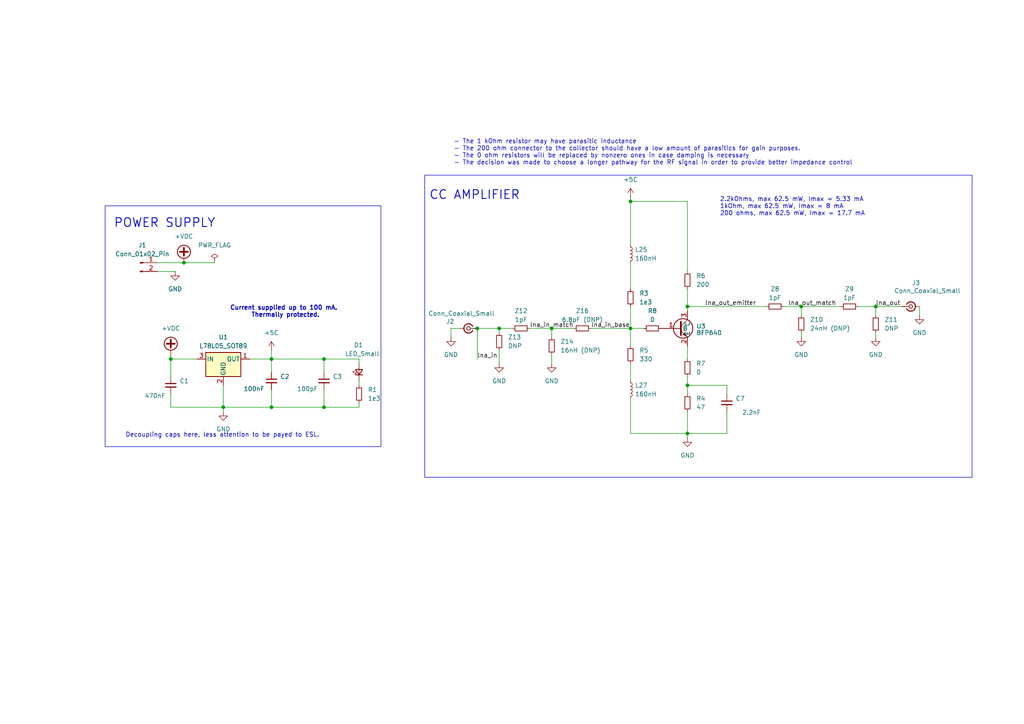
<source format=kicad_sch>
(kicad_sch (version 20231120) (generator "eeschema") (generator_version "8.0")
  (paper "A4")
  (lib_symbols
    (symbol "BFP640_1"
      (property "Reference" "U" (at 4.064 -0.762 0))
      (symbol "BFP640_1_0_1"
        (circle (center -1.27 0) (radius 2.8194) (stroke (width 0.254)))
        (polyline (pts (xy -1.905 0.635) (xy 0 2.54)))
        (polyline (pts (xy -1.905 -0.635) (xy 0 -2.54) (xy 0 -2.54)))
        (polyline (pts (xy -1.905 1.905) (xy -1.905 -1.905) (xy -1.905 -1.905)) (stroke (width 0.508)))
        (polyline (pts (xy -1.27 -1.778) (xy -0.762 -1.27) (xy -0.254 -2.286) (xy -1.27 -1.778) (xy -1.27 -1.778)) (fill (type outline)))
      )
      (symbol "BFP640_1_1_1"
        (pin input line (at -7.62 0 0) (length 5.715) (name "B") (number "1"))
        (pin passive line (at 0 -5.08 90) (length 2.54) (name "E") (number "2"))
        (pin passive line (at 0 5.08 270) (length 2.54) (name "C") (number "3"))
      )
    )
    (symbol "Connector:Conn_01x02_Pin" (pin_names (offset 1.016) hide)
      (property "Reference" "J" (at 0 2.54 0))
      (property "Value" "Conn_01x02_Pin" (at 0 -5.08 0))
      (symbol "Conn_01x02_Pin_1_1"
        (polyline (pts (xy 1.27 -2.54) (xy 0.8636 -2.54)) (stroke (width 0.1524)))
        (polyline (pts (xy 1.27 0) (xy 0.8636 0)) (stroke (width 0.1524)))
        (rectangle (start 0.8636 -2.413) (end 0 -2.667) (stroke (width 0.1524)) (fill (type outline)))
        (rectangle (start 0.8636 0.127) (end 0 -0.127) (stroke (width 0.1524)) (fill (type outline)))
        (pin passive line (at 5.08 0 180) (length 3.81) (name "Pin_1") (number "1"))
        (pin passive line (at 5.08 -2.54 180) (length 3.81) (name "Pin_2") (number "2"))
      )
    )
    (symbol "Connector:Conn_Coaxial_Small" (pin_numbers hide) (pin_names (offset 1.016) hide)
      (property "Reference" "J" (at 0.254 3.048 0))
      (property "Value" "Conn_Coaxial_Small" (at 0 -3.81 0))
      (symbol "Conn_Coaxial_Small_0_1"
        (polyline (pts (xy -2.54 0) (xy -0.508 0)))
        (circle (center 0 0) (radius 0.508) (stroke (width 0.2032)))
      )
      (symbol "Conn_Coaxial_Small_1_1"
        (arc (start -1.1916 -0.6311) (mid 0.327 -1.3081) (end 1.3484 0.0039) (stroke (width 0.3048)))
        (arc (start 1.3484 -0.0039) (mid 0.327 1.3081) (end -1.1916 0.6311) (stroke (width 0.3048)))
        (pin passive line (at -2.54 0 0) (length 1.27) (name "In") (number "1"))
        (pin passive line (at 2.54 0 180) (length 1.27) (name "Ext") (number "2"))
      )
    )
    (symbol "Device:C_Small" (pin_numbers hide) (pin_names (offset 0.254) hide)
      (property "Reference" "C" (at 0.254 1.778 0))
      (property "Value" "C_Small" (at 0.254 -2.032 0))
      (symbol "C_Small_0_1"
        (polyline (pts (xy -1.524 -0.508) (xy 1.524 -0.508)) (stroke (width 0.3302)))
        (polyline (pts (xy -1.524 0.508) (xy 1.524 0.508)) (stroke (width 0.3048)))
      )
      (symbol "C_Small_1_1"
        (pin passive line (at 0 2.54 270) (length 2.032) (name "~") (number "1"))
        (pin passive line (at 0 -2.54 90) (length 2.032) (name "~") (number "2"))
      )
    )
    (symbol "Device:LED_Small" (pin_numbers hide) (pin_names (offset 0.254) hide)
      (property "Reference" "D" (at -1.27 3.175 0))
      (property "Value" "LED_Small" (at -4.445 -2.54 0))
      (symbol "LED_Small_0_1"
        (polyline (pts (xy -0.762 -1.016) (xy -0.762 1.016)) (stroke (width 0.254)))
        (polyline (pts (xy 1.016 0) (xy -0.762 0)))
        (polyline (pts (xy 0.762 -1.016) (xy -0.762 0) (xy 0.762 1.016) (xy 0.762 -1.016)) (stroke (width 0.254)))
        (polyline (pts (xy 0 0.762) (xy -0.508 1.27) (xy -0.254 1.27) (xy -0.508 1.27) (xy -0.508 1.016)))
        (polyline (pts (xy 0.508 1.27) (xy 0 1.778) (xy 0.254 1.778) (xy 0 1.778) (xy 0 1.524)))
      )
      (symbol "LED_Small_1_1"
        (pin passive line (at -2.54 0 0) (length 1.778) (name "K") (number "1"))
        (pin passive line (at 2.54 0 180) (length 1.778) (name "A") (number "2"))
      )
    )
    (symbol "Device:L_Small" (pin_numbers hide) (pin_names (offset 0.254) hide)
      (property "Reference" "L" (at 0.762 1.016 0))
      (property "Value" "L_Small" (at 0.762 -1.016 0))
      (symbol "L_Small_0_1"
        (arc (start 0 -2.032) (mid 0.5058 -1.524) (end 0 -1.016))
        (arc (start 0 -1.016) (mid 0.5058 -0.508) (end 0 0))
        (arc (start 0 0) (mid 0.5058 0.508) (end 0 1.016))
        (arc (start 0 1.016) (mid 0.5058 1.524) (end 0 2.032))
      )
      (symbol "L_Small_1_1"
        (pin passive line (at 0 2.54 270) (length 0.508) (name "~") (number "1"))
        (pin passive line (at 0 -2.54 90) (length 0.508) (name "~") (number "2"))
      )
    )
    (symbol "Device:R_Small" (pin_numbers hide) (pin_names (offset 0.254) hide)
      (property "Reference" "R" (at 0.762 0.508 0))
      (property "Value" "R_Small" (at 0.762 -1.016 0))
      (symbol "R_Small_0_1"
        (rectangle (start -0.762 1.778) (end 0.762 -1.778) (stroke (width 0.2032)))
      )
      (symbol "R_Small_1_1"
        (pin passive line (at 0 2.54 270) (length 0.762) (name "~") (number "1"))
        (pin passive line (at 0 -2.54 90) (length 0.762) (name "~") (number "2"))
      )
    )
    (symbol "Regulator_Linear:L78L05_SOT89" (pin_names (offset 0.254))
      (property "Reference" "U" (at -3.81 3.175 0))
      (property "Value" "L78L05_SOT89" (at -0.635 3.175 0))
      (symbol "L78L05_SOT89_0_1"
        (rectangle (start -5.08 1.905) (end 5.08 -5.08) (stroke (width 0.254)) (fill (type background)))
      )
      (symbol "L78L05_SOT89_1_1"
        (pin power_out line (at 7.62 0 180) (length 2.54) (name "OUT") (number "1"))
        (pin power_in line (at 0 -7.62 90) (length 2.54) (name "GND") (number "2"))
        (pin power_in line (at -7.62 0 0) (length 2.54) (name "IN") (number "3"))
      )
    )
    (symbol "power:+5C" (power) (pin_numbers hide) (pin_names (offset 0) hide)
      (property "Value" "+5C" (at 0 3.556 0))
      (symbol "+5C_0_1"
        (polyline (pts (xy -0.762 1.27) (xy 0 2.54)))
        (polyline (pts (xy 0 0) (xy 0 2.54)))
        (polyline (pts (xy 0 2.54) (xy 0.762 1.27)))
      )
      (symbol "+5C_1_1"
        (pin power_in line (at 0 0 90) (length 0) (name "~") (number "1"))
      )
    )
    (symbol "power:+VDC" (power) (pin_numbers hide) (pin_names (offset 0) hide)
      (property "Value" "+VDC" (at 0 6.35 0))
      (symbol "+VDC_0_1"
        (polyline (pts (xy -1.143 3.175) (xy 1.143 3.175)) (stroke (width 0.508)))
        (polyline (pts (xy 0 0) (xy 0 1.27)))
        (polyline (pts (xy 0 2.032) (xy 0 4.318)) (stroke (width 0.508)))
        (circle (center 0 3.175) (radius 1.905) (stroke (width 0.254)))
      )
      (symbol "+VDC_1_1"
        (pin power_in line (at 0 0 90) (length 0) (name "~") (number "1"))
      )
    )
    (symbol "power:GND" (power) (pin_numbers hide) (pin_names (offset 0) hide)
      (property "Value" "GND" (at 0 -3.81 0))
      (symbol "GND_0_1"
        (polyline (pts (xy 0 0) (xy 0 -1.27) (xy 1.27 -1.27) (xy 0 -2.54) (xy -1.27 -1.27) (xy 0 -1.27)))
      )
      (symbol "GND_1_1"
        (pin power_in line (at 0 0 270) (length 0) (name "~") (number "1"))
      )
    )
    (symbol "power:PWR_FLAG" (power) (pin_numbers hide) (pin_names (offset 0) hide)
      (property "Value" "PWR_FLAG" (at 0 3.81 0))
      (symbol "PWR_FLAG_0_0"
        (pin power_out line (at 0 0 90) (length 0) (name "~") (number "1"))
      )
      (symbol "PWR_FLAG_0_1"
        (polyline (pts (xy 0 0) (xy 0 1.27) (xy -1.016 1.905) (xy 0 2.54) (xy 1.016 1.905) (xy 0 1.27)))
      )
    )
  )
  (junction (at 160.02 95.25))
  (junction (at 49.53 104.14))
  (junction (at 182.88 58.42))
  (junction (at 78.74 118.11))
  (junction (at 138.43 95.25))
  (junction (at 199.39 88.9))
  (junction (at 232.41 88.9))
  (junction (at 182.88 95.25))
  (junction (at 144.78 95.25))
  (junction (at 254 88.9))
  (junction (at 78.74 104.14))
  (junction (at 199.39 125.73))
  (junction (at 199.39 111.76))
  (junction (at 93.98 118.11))
  (junction (at 53.34 76.2))
  (junction (at 93.98 104.14))
  (junction (at 64.77 118.11))
  (wire (pts (xy 182.88 88.9) (xy 182.88 95.25)))
  (wire (pts (xy 160.02 95.25) (xy 160.02 97.79)))
  (wire (pts (xy 93.98 118.11) (xy 104.14 118.11)))
  (wire (pts (xy 53.34 76.2) (xy 62.23 76.2)))
  (wire (pts (xy 182.88 57.15) (xy 182.88 58.42)))
  (wire (pts (xy 78.74 118.11) (xy 93.98 118.11)))
  (wire (pts (xy 254 88.9) (xy 261.62 88.9)))
  (wire (pts (xy 138.43 95.25) (xy 144.78 95.25)))
  (wire (pts (xy 199.39 111.76) (xy 199.39 114.3)))
  (wire (pts (xy 199.39 58.42) (xy 199.39 78.74)))
  (wire (pts (xy 130.81 95.25) (xy 133.35 95.25)))
  (wire (pts (xy 104.14 110.49) (xy 104.14 111.76)))
  (wire (pts (xy 93.98 104.14) (xy 93.98 107.95)))
  (wire (pts (xy 160.02 95.25) (xy 166.37 95.25)))
  (wire (pts (xy 130.81 97.79) (xy 130.81 95.25)))
  (wire (pts (xy 227.33 88.9) (xy 232.41 88.9)))
  (wire (pts (xy 49.53 104.14) (xy 49.53 109.22)))
  (wire (pts (xy 104.14 116.84) (xy 104.14 118.11)))
  (wire (pts (xy 210.82 111.76) (xy 210.82 114.3)))
  (wire (pts (xy 144.78 101.6) (xy 144.78 105.41)))
  (wire (pts (xy 138.43 104.14) (xy 138.43 95.25)))
  (wire (pts (xy 232.41 88.9) (xy 232.41 91.44)))
  (wire (pts (xy 210.82 119.38) (xy 210.82 125.73)))
  (wire (pts (xy 49.53 114.3) (xy 49.53 118.11)))
  (wire (pts (xy 254 88.9) (xy 254 91.44)))
  (wire (pts (xy 199.39 88.9) (xy 199.39 90.17)))
  (wire (pts (xy 78.74 101.6) (xy 78.74 104.14)))
  (wire (pts (xy 248.92 88.9) (xy 254 88.9)))
  (wire (pts (xy 182.88 110.49) (xy 182.88 105.41)))
  (wire (pts (xy 199.39 109.22) (xy 199.39 111.76)))
  (wire (pts (xy 182.88 95.25) (xy 182.88 100.33)))
  (wire (pts (xy 182.88 115.57) (xy 182.88 125.73)))
  (wire (pts (xy 199.39 125.73) (xy 199.39 127)))
  (wire (pts (xy 199.39 119.38) (xy 199.39 125.73)))
  (wire (pts (xy 199.39 100.33) (xy 199.39 104.14)))
  (wire (pts (xy 49.53 118.11) (xy 64.77 118.11)))
  (wire (pts (xy 78.74 104.14) (xy 93.98 104.14)))
  (wire (pts (xy 64.77 119.38) (xy 64.77 118.11)))
  (wire (pts (xy 182.88 95.25) (xy 186.69 95.25)))
  (wire (pts (xy 182.88 58.42) (xy 182.88 71.12)))
  (wire (pts (xy 93.98 104.14) (xy 104.14 104.14)))
  (wire (pts (xy 144.78 95.25) (xy 148.59 95.25)))
  (wire (pts (xy 153.67 95.25) (xy 160.02 95.25)))
  (wire (pts (xy 182.88 125.73) (xy 199.39 125.73)))
  (wire (pts (xy 266.7 88.9) (xy 266.7 91.44)))
  (wire (pts (xy 104.14 105.41) (xy 104.14 104.14)))
  (wire (pts (xy 93.98 113.03) (xy 93.98 118.11)))
  (wire (pts (xy 78.74 113.03) (xy 78.74 118.11)))
  (wire (pts (xy 254 96.52) (xy 254 97.79)))
  (wire (pts (xy 199.39 83.82) (xy 199.39 88.9)))
  (wire (pts (xy 64.77 118.11) (xy 78.74 118.11)))
  (wire (pts (xy 57.15 104.14) (xy 49.53 104.14)))
  (wire (pts (xy 199.39 125.73) (xy 210.82 125.73)))
  (wire (pts (xy 171.45 95.25) (xy 182.88 95.25)))
  (wire (pts (xy 64.77 111.76) (xy 64.77 118.11)))
  (wire (pts (xy 160.02 102.87) (xy 160.02 105.41)))
  (wire (pts (xy 49.53 102.87) (xy 49.53 104.14)))
  (wire (pts (xy 72.39 104.14) (xy 78.74 104.14)))
  (wire (pts (xy 199.39 111.76) (xy 210.82 111.76)))
  (wire (pts (xy 182.88 58.42) (xy 199.39 58.42)))
  (wire (pts (xy 144.78 96.52) (xy 144.78 95.25)))
  (wire (pts (xy 45.72 78.74) (xy 50.8 78.74)))
  (wire (pts (xy 78.74 107.95) (xy 78.74 104.14)))
  (wire (pts (xy 45.72 76.2) (xy 53.34 76.2)))
  (wire (pts (xy 232.41 88.9) (xy 243.84 88.9)))
  (wire (pts (xy 199.39 88.9) (xy 222.25 88.9)))
  (wire (pts (xy 232.41 96.52) (xy 232.41 97.79)))
  (wire (pts (xy 182.88 76.2) (xy 182.88 83.82)))
  (rectangle (start 30.48 59.69) (end 110.49 129.54))
  (rectangle (start 123.19 50.8) (end 281.94 138.43))
  (text "Current supplied up to 100 mA. \nThermally protected." (at 82.804 90.424 0) (effects (font (size 1.27 1.27) (thickness 0.254) (bold yes))))
  (text "2.2kOhms, max 62.5 mW, Imax = 5.33 mA \n1kOhm, max 62.5 mW, Imax = 8 mA\n200 ohms, max 62.5 mW, Imax = 17.7 mA" (at 208.788 59.944 0) (effects (font (size 1.27 1.27) (thickness 0.1588)) (justify left)))
  (text "CC AMPLIFIER\n" (at 137.668 56.642 0) (effects (font (size 2.54 2.54) (thickness 0.254) (bold yes))))
  (text "POWER SUPPLY" (at 47.752 64.77 0) (effects (font (size 2.54 2.54) (thickness 0.254) (bold yes))))
  (text "Decoupling caps here, less attention to be payed to ESL." (at 64.516 126.238 0) (effects (font (size 1.27 1.27) (thickness 0.1588))))
  (text "- The 1 kOhm resistor may have parasitic inductance\n- The 200 ohm connector to the collector should have a low amount of parasitics for gain purposes.\n- The 0 ohm resistors will be replaced by nonzero ones in case damping is necessary\n- The decision was made to choose a longer pathway for the RF signal in order to provide better impedance control" (at 131.572 44.196 0) (effects (font (size 1.27 1.27)) (justify left)))
  (label "lna_out_emitter" (at 204.47 88.9 0))
  (label "lna_out" (at 254 88.9 0))
  (label "lna_in_match" (at 153.67 95.25 0))
  (label "lna_out_match" (at 228.6 88.9 0))
  (label "lna_in_base" (at 171.45 95.25 0))
  (label "lna_in" (at 138.43 104.14 0))
  (symbol (lib_id "power:+VDC") (at 53.34 76.2 0) (unit 1)
    (property "Reference" "#PWR01" (effects (hide yes)))
    (property "Value" "+VDC" (at 53.34 68.58 0))
    (property "Description" "Power symbol creates a global label with name \"+VDC\"" (effects (hide yes)))
  )
  (symbol (lib_id "Device:R_Small") (at 151.13 95.25 270) (unit 1)
    (property "Reference" "Z12" (at 151.13 90.17 90))
    (property "Value" "1pF" (at 151.13 92.71 90))
    (property "Footprint" "Resistor_SMD:R_0402_1005Metric_Pad0.72x0.64mm_HandSolder" (effects (hide yes)))
    (property "Datasheet" "https://wmsc.lcsc.com/wmsc/upload/file/pdf/v2/lcsc/1811081611_Murata-Electronics-GRM1555C1H1R0CA01D_C76953.pdf" (effects (hide yes)))
    (property "Description" "Resistor, small symbol" (effects (hide yes)))
    (property "LCSC Part Number" "C76953" (effects (hide yes)))
    (property "Manufacturing Part Number" "GRM1555C1H1R0CA01D" (effects (hide yes)))
  )
  (symbol (lib_id "Device:R_Small") (at 199.39 81.28 0) (unit 1)
    (property "Reference" "R6" (at 201.93 80.0099 0) (effects (justify left)))
    (property "Value" "200" (at 201.93 82.5499 0) (effects (justify left)))
    (property "Footprint" "Resistor_SMD:R_0402_1005Metric" (effects (hide yes)))
    (property "Datasheet" "https://www.lcsc.com/datasheet/lcsc_datasheet_2205311900_UNI-ROYAL-Uniroyal-Elec-0402WGF2000TCE_C25087.pdf" (effects (hide yes)))
    (property "Description" "Resistor, small symbol" (effects (hide yes)))
    (property "LCSC Part Number" "C25087" (effects (hide yes)))
    (property "Manufacturing Part Number" "0402WGF2000TCE" (effects (hide yes)))
  )
  (symbol (lib_id "power:PWR_FLAG") (at 62.23 76.2 0) (unit 1)
    (property "Reference" "#FLG01" (effects (hide yes)))
    (property "Value" "PWR_FLAG" (at 62.23 71.12 0))
    (property "Description" "Special symbol for telling ERC where power comes from" (effects (hide yes)))
  )
  (symbol (lib_id "Device:C_Small") (at 93.98 110.49 0) (unit 1)
    (property "Reference" "C3" (at 96.52 109.2262 0) (effects (justify left)))
    (property "Value" "100pF" (at 92.202 112.776 0) (effects (justify right)))
    (property "Footprint" "Capacitor_SMD:C_0402_1005Metric" (effects (hide yes)))
    (property "Datasheet" "https://www.lcsc.com/datasheet/lcsc_datasheet_2304140030_FH--Guangdong-Fenghua-Advanced-Tech-0402CG101J500NT_C1546.pdf" (effects (hide yes)))
    (property "Description" "Unpolarized capacitor, small symbol" (effects (hide yes)))
    (property "LCSC Part Number" "C1546" (effects (hide yes)))
    (property "Manufacturing Part Number" "0402CG101J500NT" (effects (hide yes)))
  )
  (symbol (lib_id "power:GND") (at 199.39 127 0) (unit 1)
    (property "Reference" "#PWR010" (effects (hide yes)))
    (property "Value" "GND" (at 199.39 132.08 0))
    (property "Description" "Power symbol creates a global label with name \"GND\" , ground" (effects (hide yes)))
  )
  (symbol (lib_id "Connector:Conn_Coaxial_Small") (at 135.89 95.25 180) (unit 1)
    (property "Reference" "J2" (at 130.556 93.218 0))
    (property "Value" "Conn_Coaxial_Small" (at 133.858 90.932 0))
    (property "Footprint" "Library:SMA_Amphenol_901-143_Vertical" (effects (hide yes)))
    (property "Datasheet" "https://www.lcsc.com/datasheet/lcsc_datasheet_2405210917_BAT-WIRELESS-BWSMA-KE-Z001_C496549.pdf" (effects (hide yes)))
    (property "Description" "small coaxial connector (BNC, SMA, SMB, SMC, Cinch/RCA, LEMO, ...)" (effects (hide yes)))
    (property "LCSC Part Number" "C496549" (effects (hide yes)))
    (property "Manufacturing Part Number" "BWSMA-KE-Z001" (effects (hide yes)))
  )
  (symbol (lib_id "power:GND") (at 160.02 105.41 0) (unit 1)
    (property "Reference" "#PWR07" (effects (hide yes)))
    (property "Value" "GND" (at 160.02 110.49 0))
    (property "Description" "Power symbol creates a global label with name \"GND\" , ground" (effects (hide yes)))
  )
  (symbol (lib_id "Device:L_Small") (at 182.88 113.03 0) (unit 1)
    (property "Reference" "L27" (at 184.15 111.7599 0) (effects (justify left)))
    (property "Value" "160nH" (at 184.15 114.2999 0) (effects (justify left)))
    (property "Footprint" "Inductor_SMD:L_0603_1608Metric" (effects (hide yes)))
    (property "Datasheet" "https://www.lcsc.com/datasheet/lcsc_datasheet_2304140030_Murata-Electronics-LQW18ANR16J00D_C140445.pdf" (effects (hide yes)))
    (property "Description" "Inductor, small symbol" (effects (hide yes)))
    (property "LCSC Part Number" "C140445" (effects (hide yes)))
    (property "Manufacturing Part Number" "LQW18ANR16J00D" (effects (hide yes)))
  )
  (symbol (lib_id "Device:R_Small") (at 254 93.98 180) (unit 1)
    (property "Reference" "Z11" (at 256.54 92.7099 0) (effects (justify right)))
    (property "Value" "DNP" (at 256.54 95.2499 0) (effects (justify right)))
    (property "Footprint" "Resistor_SMD:R_0402_1005Metric_Pad0.72x0.64mm_HandSolder" (effects (hide yes)))
    (property "Description" "Resistor, small symbol" (effects (hide yes)))
  )
  (symbol (lib_id "power:+5C") (at 182.88 57.15 0) (unit 1)
    (property "Reference" "#PWR05" (effects (hide yes)))
    (property "Value" "+5C" (at 182.88 52.07 0))
    (property "Description" "Power symbol creates a global label with name \"+5C\"" (effects (hide yes)))
  )
  (symbol (lib_id "Regulator_Linear:L78L05_SOT89") (at 64.77 104.14 0) (unit 1)
    (property "Reference" "U1" (at 64.77 97.79 0))
    (property "Value" "L78L05_SOT89" (at 64.77 100.33 0))
    (property "Footprint" "Package_TO_SOT_SMD:SOT-89-3" (effects (hide yes)))
    (property "Datasheet" "http://www.st.com/content/ccc/resource/technical/document/datasheet/15/55/e5/aa/23/5b/43/fd/CD00000446.pdf/files/CD00000446.pdf/jcr:content/translations/en.CD00000446.pdf" (effects (hide yes)))
    (property "Description" "Positive 100mA 30V Linear Regulator, Fixed Output 5V, SOT-89" (effects (hide yes)))
    (property "LCSC Part Number" "C71136" (effects (hide yes)))
    (property "Manufacturing Part Number" "78L05G-AB3-R " (effects (hide yes)))
  )
  (symbol (lib_id "power:GND") (at 130.81 97.79 0) (unit 1)
    (property "Reference" "#PWR06" (effects (hide yes)))
    (property "Value" "GND" (at 130.81 102.87 0))
    (property "Description" "Power symbol creates a global label with name \"GND\" , ground" (effects (hide yes)))
  )
  (symbol (lib_id "Connector:Conn_Coaxial_Small") (at 264.16 88.9 0) (unit 1)
    (property "Reference" "J3" (at 265.684 82.042 0))
    (property "Value" "Conn_Coaxial_Small" (at 268.986 84.328 0))
    (property "Footprint" "Library:SMA_Amphenol_901-143_Vertical" (effects (hide yes)))
    (property "Datasheet" "https://www.lcsc.com/datasheet/lcsc_datasheet_2405210917_BAT-WIRELESS-BWSMA-KE-Z001_C496549.pdf" (effects (hide yes)))
    (property "Description" "small coaxial connector (BNC, SMA, SMB, SMC, Cinch/RCA, LEMO, ...)" (effects (hide yes)))
    (property "LCSC Part Number" "C496549" (effects (hide yes)))
    (property "Manufacturing Part Number" "BWSMA-KE-Z001" (effects (hide yes)))
  )
  (symbol (lib_id "Device:L_Small") (at 182.88 73.66 0) (unit 1)
    (property "Reference" "L25" (at 184.15 72.3899 0) (effects (justify left)))
    (property "Value" "160nH" (at 184.15 74.9299 0) (effects (justify left)))
    (property "Footprint" "Inductor_SMD:L_0603_1608Metric" (effects (hide yes)))
    (property "Datasheet" "https://www.lcsc.com/datasheet/lcsc_datasheet_2304140030_Murata-Electronics-LQW18ANR16J00D_C140445.pdf" (effects (hide yes)))
    (property "Description" "Inductor, small symbol" (effects (hide yes)))
    (property "LCSC Part Number" "C140445" (effects (hide yes)))
    (property "Manufacturing Part Number" "LQW18ANR16J00D" (effects (hide yes)))
  )
  (symbol (lib_id "power:GND") (at 232.41 97.79 0) (unit 1)
    (property "Reference" "#PWR012" (effects (hide yes)))
    (property "Value" "GND" (at 232.41 102.87 0))
    (property "Description" "Power symbol creates a global label with name \"GND\" , ground" (effects (hide yes)))
  )
  (symbol (lib_id "Device:LED_Small") (at 104.14 107.95 90) (unit 1)
    (property "Reference" "D1" (at 102.616 100.076 90) (effects (justify right)))
    (property "Value" "LED_Small" (at 100.076 102.616 90) (effects (justify right)))
    (property "Footprint" "LED_SMD:LED_0603_1608Metric" (effects (hide yes)))
    (property "Datasheet" "https://jlcpcb.com/api/file/downloadByFileSystemAccessId/8550723991833485312" (effects (hide yes)))
    (property "Description" "Light emitting diode, small symbol" (effects (hide yes)))
    (property "LCSC Part Number" "C2286" (effects (hide yes)))
    (property "Manufacturing Part Number" "KT-0603R" (effects (hide yes)))
  )
  (symbol (lib_id "Device:C_Small") (at 49.53 111.76 0) (unit 1)
    (property "Reference" "C1" (at 52.07 110.4962 0) (effects (justify left)))
    (property "Value" "470nF" (at 41.91 114.808 0) (effects (justify left)))
    (property "Footprint" "Capacitor_SMD:C_0603_1608Metric" (effects (hide yes)))
    (property "Datasheet" "https://www.lcsc.com/datasheet/lcsc_datasheet_2304140030_Samsung-Electro-Mechanics-CL10B474KA8NNNC_C1623.pdf" (effects (hide yes)))
    (property "Description" "Unpolarized capacitor, small symbol" (effects (hide yes)))
    (property "LCSC Part Number" "C1623" (effects (hide yes)))
    (property "Manufacturing Part Number" "CL10B474KA8NNNC" (effects (hide yes)))
  )
  (symbol (lib_id "power:GND") (at 50.8 78.74 0) (unit 1)
    (property "Reference" "#PWR03" (effects (hide yes)))
    (property "Value" "GND" (at 50.8 83.82 0))
    (property "Description" "Power symbol creates a global label with name \"GND\" , ground" (effects (hide yes)))
  )
  (symbol (lib_id "power:GND") (at 254 97.79 0) (unit 1)
    (property "Reference" "#PWR031" (effects (hide yes)))
    (property "Value" "GND" (at 254 102.87 0))
    (property "Description" "Power symbol creates a global label with name \"GND\" , ground" (effects (hide yes)))
  )
  (symbol (lib_id "Device:R_Small") (at 224.79 88.9 270) (unit 1)
    (property "Reference" "Z8" (at 224.79 83.82 90))
    (property "Value" "1pF" (at 224.79 86.36 90))
    (property "Footprint" "Resistor_SMD:R_0402_1005Metric_Pad0.72x0.64mm_HandSolder" (effects (hide yes)))
    (property "Datasheet" "https://wmsc.lcsc.com/wmsc/upload/file/pdf/v2/lcsc/1811081611_Murata-Electronics-GRM1555C1H1R0CA01D_C76953.pdf" (effects (hide yes)))
    (property "Description" "Resistor, small symbol" (effects (hide yes)))
    (property "LCSC Part Number" "C76953" (effects (hide yes)))
    (property "Manufacturing Part Number" "GRM1555C1H1R0CA01D" (effects (hide yes)))
  )
  (symbol (lib_id "Device:R_Small") (at 182.88 102.87 0) (unit 1)
    (property "Reference" "R5" (at 185.42 101.5999 0) (effects (justify left)))
    (property "Value" "330" (at 185.42 104.1399 0) (effects (justify left)))
    (property "Footprint" "Resistor_SMD:R_0402_1005Metric" (effects (hide yes)))
    (property "Datasheet" "https://www.lcsc.com/datasheet/lcsc_datasheet_2205311900_UNI-ROYAL-Uniroyal-Elec-0402WGF3300TCE_C25104.pdf" (effects (hide yes)))
    (property "Description" "Resistor, small symbol" (effects (hide yes)))
    (property "Manufacturing Part Number" "0402WGF3300TCE" (effects (hide yes)))
    (property "LCSC Part Number" "C25104" (effects (hide yes)))
  )
  (symbol (lib_id "power:+5C") (at 78.74 101.6 0) (unit 1)
    (property "Reference" "#PWR08" (effects (hide yes)))
    (property "Value" "+5C" (at 78.74 96.52 0))
    (property "Description" "Power symbol creates a global label with name \"+5C\"" (effects (hide yes)))
  )
  (symbol (lib_id "Device:C_Small") (at 210.82 116.84 0) (unit 1)
    (property "Reference" "C7" (at 213.36 115.5762 0) (effects (justify left)))
    (property "Value" "2.2nF" (at 220.726 119.634 0) (effects (justify right)))
    (property "Footprint" "Capacitor_SMD:C_0805_2012Metric" (effects (hide yes)))
    (property "Datasheet" "https://www.lcsc.com/datasheet/lcsc_datasheet_2304140030_Samsung-Electro-Mechanics-CL21C222JBFNNNE_C28260.pdf" (effects (hide yes)))
    (property "Description" "Unpolarized capacitor, small symbol" (effects (hide yes)))
    (property "LCSC Part Number" "C28260" (effects (hide yes)))
    (property "Manufacturing Part Number" "CL21C222JBFNNNE" (effects (hide yes)))
  )
  (symbol (lib_id "Device:R_Small") (at 246.38 88.9 270) (unit 1)
    (property "Reference" "Z9" (at 246.38 83.82 90))
    (property "Value" "1pF" (at 246.38 86.36 90))
    (property "Footprint" "Resistor_SMD:R_0402_1005Metric_Pad0.72x0.64mm_HandSolder" (effects (hide yes)))
    (property "Datasheet" "https://wmsc.lcsc.com/wmsc/upload/file/pdf/v2/lcsc/1811081611_Murata-Electronics-GRM1555C1H1R0CA01D_C76953.pdf" (effects (hide yes)))
    (property "Description" "Resistor, small symbol" (effects (hide yes)))
    (property "LCSC Part Number" "C76953" (effects (hide yes)))
    (property "Manufacturing Part Number" "GRM1555C1H1R0CA01D" (effects (hide yes)))
  )
  (symbol (lib_id "power:+VDC") (at 49.53 102.87 0) (unit 1)
    (property "Reference" "#PWR09" (effects (hide yes)))
    (property "Value" "+VDC" (at 49.53 95.25 0))
    (property "Description" "Power symbol creates a global label with name \"+VDC\"" (effects (hide yes)))
  )
  (symbol (lib_id "Connector:Conn_01x02_Pin") (at 40.64 76.2 0) (unit 1)
    (property "Reference" "J1" (at 41.275 71.12 0))
    (property "Value" "Conn_01x02_Pin" (at 41.275 73.66 0))
    (property "Footprint" "Connector_Wire:SolderWire-0.25sqmm_1x02_P4.2mm_D0.65mm_OD1.7mm" (effects (hide yes)))
    (property "Description" "Generic connector, single row, 01x02, script generated" (effects (hide yes)))
  )
  (symbol (lib_id "Device:R_Small") (at 104.14 114.3 0) (unit 1)
    (property "Reference" "R1" (at 106.68 113.0299 0) (effects (justify left)))
    (property "Value" "1e3" (at 106.68 115.5699 0) (effects (justify left)))
    (property "Footprint" "Resistor_SMD:R_0402_1005Metric" (effects (hide yes)))
    (property "Datasheet" "https://www.lcsc.com/datasheet/lcsc_datasheet_2206010216_UNI-ROYAL-Uniroyal-Elec-0402WGF0000TCE_C17168.pdf" (effects (hide yes)))
    (property "Description" "Resistor, small symbol" (effects (hide yes)))
    (property "Manufacturing Part Number" "0402WGF1001TCE" (effects (hide yes)))
    (property "LCSC Part Number" "C11702" (effects (hide yes)))
  )
  (symbol (lib_id "Device:R_Small") (at 189.23 95.25 90) (unit 1)
    (property "Reference" "R8" (at 189.23 90.17 90))
    (property "Value" "0" (at 189.23 92.71 90))
    (property "Footprint" "Resistor_SMD:R_0402_1005Metric_Pad0.72x0.64mm_HandSolder" (effects (hide yes)))
    (property "Datasheet" "https://www.lcsc.com/datasheet/lcsc_datasheet_2206010216_UNI-ROYAL-Uniroyal-Elec-0402WGF0000TCE_C17168.pdf" (effects (hide yes)))
    (property "Description" "Resistor, small symbol" (effects (hide yes)))
    (property "LCSC Part Number" "C17168" (effects (hide yes)))
    (property "Manufacturing Part Number" "0402WGF0000TCE" (effects (hide yes)))
  )
  (symbol (lib_id "Device:R_Small") (at 168.91 95.25 270) (unit 1)
    (property "Reference" "Z16" (at 168.91 90.17 90))
    (property "Value" "6.8pF (DNP)" (at 168.91 92.71 90))
    (property "Footprint" "Resistor_SMD:R_0402_1005Metric_Pad0.72x0.64mm_HandSolder" (effects (hide yes)))
    (property "Datasheet" "https://media.digikey.com/pdf/Data%20Sheets/Shenzhen%20Sunlord/SDCL-D.pdf" (effects (hide yes)))
    (property "Description" "Resistor, small symbol" (effects (hide yes)))
  )
  (symbol (lib_name "BFP640_1") (lib_id "rf_lna:BFP640") (at 199.39 95.25 0) (unit 1)
    (property "Reference" "U3" (at 201.93 94.6149 0) (effects (justify left)))
    (property "Value" "BFP640" (at 201.93 96.52 0) (effects (justify left)))
    (property "Footprint" "Library:BFP640" (effects (hide yes)))
    (property "Datasheet" "https://www.lcsc.com/datasheet/lcsc_datasheet_2304140030_Infineon-Technologies-BFP640H6327_C439781.pdf" (effects (hide yes)))
    (property "LCSC Part Number" "C439781" (effects (hide yes)))
    (property "Manufacturing Part Number" "BFP640H6327" (effects (hide yes)))
  )
  (symbol (lib_id "power:GND") (at 266.7 91.44 0) (unit 1)
    (property "Reference" "#PWR013" (effects (hide yes)))
    (property "Value" "GND" (at 266.7 96.52 0))
    (property "Description" "Power symbol creates a global label with name \"GND\" , ground" (effects (hide yes)))
  )
  (symbol (lib_id "power:GND") (at 144.78 105.41 0) (unit 1)
    (property "Reference" "#PWR027" (effects (hide yes)))
    (property "Value" "GND" (at 144.78 110.49 0))
    (property "Description" "Power symbol creates a global label with name \"GND\" , ground" (effects (hide yes)))
  )
  (symbol (lib_id "Device:R_Small") (at 232.41 93.98 180) (unit 1)
    (property "Reference" "Z10" (at 234.95 92.7099 0) (effects (justify right)))
    (property "Value" "24nH (DNP)" (at 234.95 95.2499 0) (effects (justify right)))
    (property "Footprint" "Resistor_SMD:R_0402_1005Metric_Pad0.72x0.64mm_HandSolder" (effects (hide yes)))
    (property "Datasheet" "https://media.digikey.com/pdf/Data%20Sheets/Shenzhen%20Sunlord/SDCL-D.pdf" (effects (hide yes)))
    (property "Description" "Resistor, small symbol" (effects (hide yes)))
  )
  (symbol (lib_id "Device:C_Small") (at 78.74 110.49 0) (unit 1)
    (property "Reference" "C2" (at 81.28 109.2262 0) (effects (justify left)))
    (property "Value" "100nF" (at 76.708 112.776 0) (effects (justify right)))
    (property "Footprint" "Capacitor_SMD:C_0402_1005Metric" (effects (hide yes)))
    (property "Datasheet" "https://www.lcsc.com/datasheet/lcsc_datasheet_2304140030_Samsung-Electro-Mechanics-CL05B104KO5NNNC_C1525.pdf" (effects (hide yes)))
    (property "Description" "Unpolarized capacitor, small symbol" (effects (hide yes)))
    (property "LCSC Part Number" "C1525" (effects (hide yes)))
    (property "Manufacturing Part Number" "CL05B104KO5NNNC" (effects (hide yes)))
  )
  (symbol (lib_id "power:GND") (at 64.77 119.38 0) (unit 1)
    (property "Reference" "#PWR04" (effects (hide yes)))
    (property "Value" "GND" (at 64.77 124.46 0))
    (property "Description" "Power symbol creates a global label with name \"GND\" , ground" (effects (hide yes)))
  )
  (symbol (lib_id "Device:R_Small") (at 144.78 99.06 180) (unit 1)
    (property "Reference" "Z13" (at 147.32 97.7899 0) (effects (justify right)))
    (property "Value" "DNP" (at 147.32 100.3299 0) (effects (justify right)))
    (property "Footprint" "Resistor_SMD:R_0402_1005Metric_Pad0.72x0.64mm_HandSolder" (effects (hide yes)))
    (property "Description" "Resistor, small symbol" (effects (hide yes)))
  )
  (symbol (lib_id "Device:R_Small") (at 182.88 86.36 0) (unit 1)
    (property "Reference" "R3" (at 185.42 85.0899 0) (effects (justify left)))
    (property "Value" "1e3" (at 185.42 87.6299 0) (effects (justify left)))
    (property "Footprint" "Resistor_SMD:R_0402_1005Metric" (effects (hide yes)))
    (property "Datasheet" "https://www.lcsc.com/datasheet/lcsc_datasheet_2206010216_UNI-ROYAL-Uniroyal-Elec-0402WGF0000TCE_C17168.pdf" (effects (hide yes)))
    (property "Description" "Resistor, small symbol" (effects (hide yes)))
    (property "Manufacturing Part Number" "0402WGF1001TCE" (effects (hide yes)))
    (property "LCSC Part Number" "C11702" (effects (hide yes)))
  )
  (symbol (lib_id "Device:R_Small") (at 199.39 106.68 180) (unit 1)
    (property "Reference" "R7" (at 201.93 105.4099 0) (effects (justify right)))
    (property "Value" "0" (at 201.93 107.9499 0) (effects (justify right)))
    (property "Footprint" "Resistor_SMD:R_0402_1005Metric_Pad0.72x0.64mm_HandSolder" (effects (hide yes)))
    (property "Datasheet" "https://www.lcsc.com/datasheet/lcsc_datasheet_2206010216_UNI-ROYAL-Uniroyal-Elec-0402WGF0000TCE_C17168.pdf" (effects (hide yes)))
    (property "Description" "Resistor, small symbol" (effects (hide yes)))
    (property "LCSC Part Number" "C17168" (effects (hide yes)))
    (property "Manufacturing Part Number" "0402WGF0000TCE" (effects (hide yes)))
  )
  (symbol (lib_id "Device:R_Small") (at 160.02 100.33 180) (unit 1)
    (property "Reference" "Z14" (at 162.56 99.0599 0) (effects (justify right)))
    (property "Value" "16nH (DNP)" (at 162.56 101.5999 0) (effects (justify right)))
    (property "Footprint" "Resistor_SMD:R_0402_1005Metric_Pad0.72x0.64mm_HandSolder" (effects (hide yes)))
    (property "Datasheet" "https://media.digikey.com/pdf/Data%20Sheets/Shenzhen%20Sunlord/SDCL-D.pdf" (effects (hide yes)))
    (property "Description" "Resistor, small symbol" (effects (hide yes)))
  )
  (symbol (lib_id "Device:R_Small") (at 199.39 116.84 0) (unit 1)
    (property "Reference" "R4" (at 201.93 115.5699 0) (effects (justify left)))
    (property "Value" "47" (at 201.93 118.1099 0) (effects (justify left)))
    (property "Footprint" "Resistor_SMD:R_0603_1608Metric" (effects (hide yes)))
    (property "Datasheet" "https://www.lcsc.com/datasheet/lcsc_datasheet_2206010216_UNI-ROYAL-Uniroyal-Elec-0402WGF0000TCE_C17168.pdf" (effects (hide yes)))
    (property "Description" "Resistor, small symbol" (effects (hide yes)))
    (property "LCSC Part Number" "C23182" (effects (hide yes)))
    (property "Manufacturing Part Number" "0603WAF470JT5E" (effects (hide yes)))
  )
)
</source>
